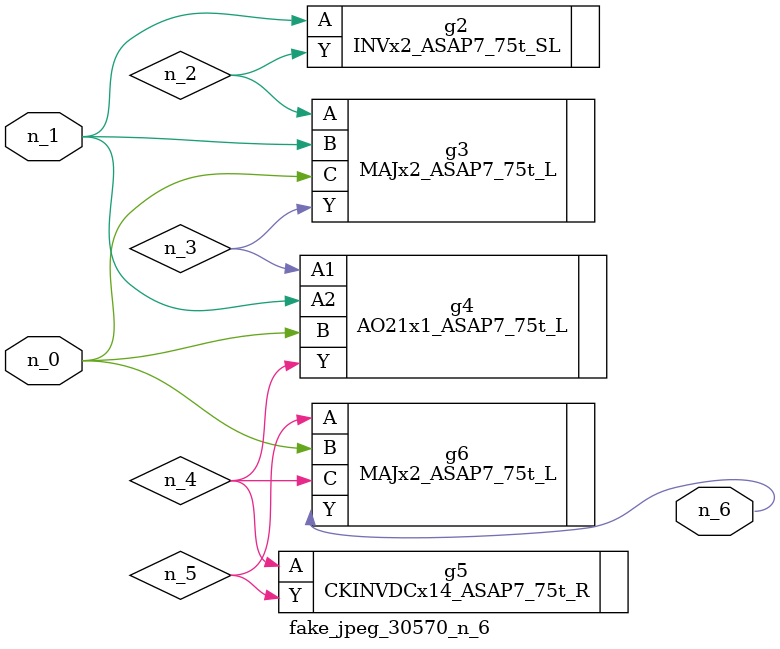
<source format=v>
module fake_jpeg_30570_n_6 (n_0, n_1, n_6);

input n_0;
input n_1;

output n_6;

wire n_2;
wire n_3;
wire n_4;
wire n_5;

INVx2_ASAP7_75t_SL g2 ( 
.A(n_1),
.Y(n_2)
);

MAJx2_ASAP7_75t_L g3 ( 
.A(n_2),
.B(n_1),
.C(n_0),
.Y(n_3)
);

AO21x1_ASAP7_75t_L g4 ( 
.A1(n_3),
.A2(n_1),
.B(n_0),
.Y(n_4)
);

CKINVDCx14_ASAP7_75t_R g5 ( 
.A(n_4),
.Y(n_5)
);

MAJx2_ASAP7_75t_L g6 ( 
.A(n_5),
.B(n_0),
.C(n_4),
.Y(n_6)
);


endmodule
</source>
